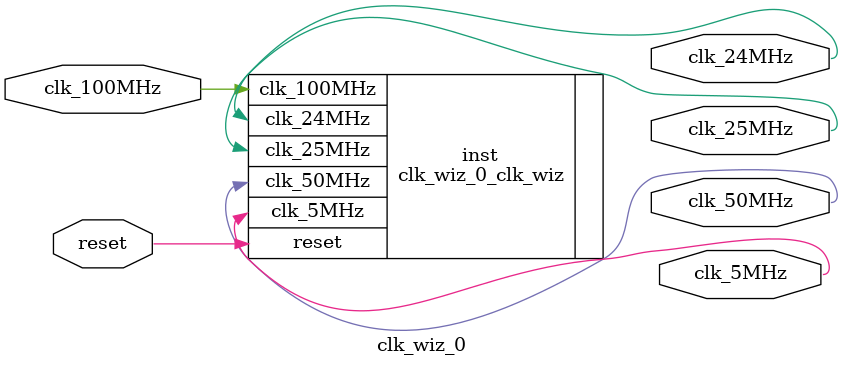
<source format=v>


`timescale 1ps/1ps

(* CORE_GENERATION_INFO = "clk_wiz_0,clk_wiz_v5_3_1,{component_name=clk_wiz_0,use_phase_alignment=true,use_min_o_jitter=false,use_max_i_jitter=false,use_dyn_phase_shift=false,use_inclk_switchover=false,use_dyn_reconfig=false,enable_axi=0,feedback_source=FDBK_AUTO,PRIMITIVE=MMCM,num_out_clk=4,clkin1_period=10.0,clkin2_period=10.0,use_power_down=false,use_reset=true,use_locked=false,use_inclk_stopped=false,feedback_type=SINGLE,CLOCK_MGR_TYPE=NA,manual_override=false}" *)

module clk_wiz_0 
 (
 // Clock in ports
  input         clk_100MHz,
  // Clock out ports
  output        clk_50MHz,
  output        clk_25MHz,
  output        clk_24MHz,
  output        clk_5MHz,
  // Status and control signals
  input         reset
 );

  clk_wiz_0_clk_wiz inst
  (
 // Clock in ports
  .clk_100MHz(clk_100MHz),
  // Clock out ports  
  .clk_50MHz(clk_50MHz),
  .clk_25MHz(clk_25MHz),
  .clk_24MHz(clk_24MHz),
  .clk_5MHz(clk_5MHz),
  // Status and control signals               
  .reset(reset) 
  );

endmodule

</source>
